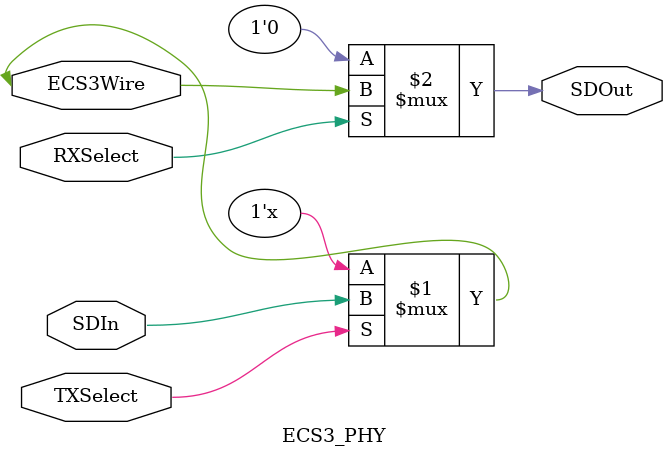
<source format=v>

module ECS3_PHY(
        input  SDIn,
        input  TXSelect,
        input  RXSelect,
        output SDOut,
        inout  ECS3Wire
    );

    //	PULLDOWN PD0 (.O (SDOut));
    //	PULLDOWN PD1 (.O (SDIn));
	
	/* To send out on ECS3Wire the stream received from MAC Layer */
	assign ECS3Wire = TXSelect ? SDIn : 1'bz;
	/* To collect from ECS3Wire the stream sent by external world (other nodes) */
	assign SDOut = RXSelect ? ECS3Wire : 1'b0;//1'bz;

endmodule

</source>
